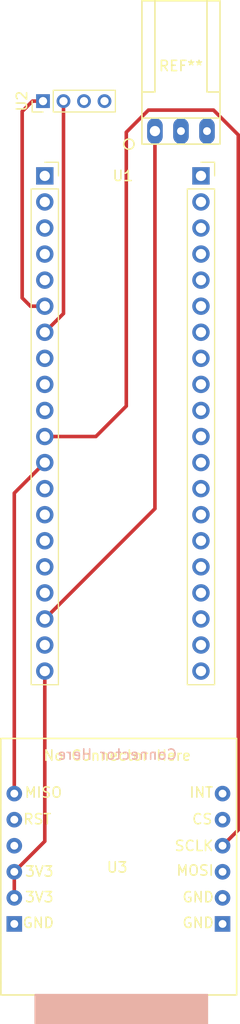
<source format=kicad_pcb>
(kicad_pcb (version 20171130) (host pcbnew 5.0.0-fee4fd1~66~ubuntu16.04.1)

  (general
    (thickness 1.6)
    (drawings 0)
    (tracks 22)
    (zones 0)
    (modules 4)
    (nets 44)
  )

  (page A4)
  (layers
    (0 F.Cu signal)
    (31 B.Cu signal)
    (32 B.Adhes user)
    (33 F.Adhes user)
    (34 B.Paste user)
    (35 F.Paste user)
    (36 B.SilkS user)
    (37 F.SilkS user)
    (38 B.Mask user)
    (39 F.Mask user)
    (40 Dwgs.User user)
    (41 Cmts.User user)
    (42 Eco1.User user)
    (43 Eco2.User user)
    (44 Edge.Cuts user)
    (45 Margin user)
    (46 B.CrtYd user)
    (47 F.CrtYd user)
    (48 B.Fab user)
    (49 F.Fab user)
  )

  (setup
    (last_trace_width 0.35)
    (trace_clearance 0.6)
    (zone_clearance 0.508)
    (zone_45_only no)
    (trace_min 0.2)
    (segment_width 0.2)
    (edge_width 0.15)
    (via_size 0.8)
    (via_drill 0.4)
    (via_min_size 0.4)
    (via_min_drill 0.3)
    (uvia_size 0.3)
    (uvia_drill 0.1)
    (uvias_allowed no)
    (uvia_min_size 0.2)
    (uvia_min_drill 0.1)
    (pcb_text_width 0.3)
    (pcb_text_size 1.5 1.5)
    (mod_edge_width 0.15)
    (mod_text_size 1 1)
    (mod_text_width 0.15)
    (pad_size 1.524 1.524)
    (pad_drill 0.762)
    (pad_to_mask_clearance 0.2)
    (aux_axis_origin 0 0)
    (visible_elements FFFFFF7F)
    (pcbplotparams
      (layerselection 0x010fc_ffffffff)
      (usegerberextensions false)
      (usegerberattributes false)
      (usegerberadvancedattributes false)
      (creategerberjobfile false)
      (excludeedgelayer true)
      (linewidth 0.100000)
      (plotframeref false)
      (viasonmask false)
      (mode 1)
      (useauxorigin false)
      (hpglpennumber 1)
      (hpglpenspeed 20)
      (hpglpendiameter 15.000000)
      (psnegative false)
      (psa4output false)
      (plotreference true)
      (plotvalue true)
      (plotinvisibletext false)
      (padsonsilk false)
      (subtractmaskfromsilk false)
      (outputformat 1)
      (mirror false)
      (drillshape 1)
      (scaleselection 1)
      (outputdirectory ""))
  )

  (net 0 "")
  (net 1 "Net-(U1-Pad1)")
  (net 2 "Net-(U1-Pad2)")
  (net 3 "Net-(U1-Pad3)")
  (net 4 "Net-(U1-Pad4)")
  (net 5 "Net-(U1-Pad5)")
  (net 6 PA9)
  (net 7 PA10)
  (net 8 "Net-(U1-Pad8)")
  (net 9 "Net-(U1-Pad9)")
  (net 10 "Net-(U1-Pad10)")
  (net 11 SCLK)
  (net 12 MISO)
  (net 13 MOSI)
  (net 14 "Net-(U1-Pad14)")
  (net 15 "Net-(U1-Pad15)")
  (net 16 "Net-(U1-Pad16)")
  (net 17 "Net-(U1-Pad17)")
  (net 18 +5V)
  (net 19 GND)
  (net 20 +3V3)
  (net 21 "Net-(U1-Pad23)")
  (net 22 "Net-(U1-Pad26)")
  (net 23 "Net-(U1-Pad25)")
  (net 24 "Net-(U1-Pad24)")
  (net 25 "Net-(U1-Pad30)")
  (net 26 "Net-(U1-Pad29)")
  (net 27 "Net-(U1-Pad28)")
  (net 28 "Net-(U1-Pad27)")
  (net 29 "Net-(U1-Pad34)")
  (net 30 "Net-(U1-Pad33)")
  (net 31 "Net-(U1-Pad32)")
  (net 32 "Net-(U1-Pad31)")
  (net 33 "Net-(U1-Pad40)")
  (net 34 "Net-(U1-Pad39)")
  (net 35 "Net-(U1-Pad38)")
  (net 36 "Net-(U1-Pad37)")
  (net 37 "Net-(U1-Pad36)")
  (net 38 "Net-(U1-Pad35)")
  (net 39 "Net-(J1-Pad3)")
  (net 40 "Net-(U3-Pad2)")
  (net 41 "Net-(U3-Pad1)")
  (net 42 "Net-(U3-Pad8)")
  (net 43 "Net-(U2-Pad3)")

  (net_class Default "This is the default net class."
    (clearance 0.6)
    (trace_width 0.35)
    (via_dia 0.8)
    (via_drill 0.4)
    (uvia_dia 0.3)
    (uvia_drill 0.1)
    (add_net +3V3)
    (add_net +5V)
    (add_net GND)
    (add_net MISO)
    (add_net MOSI)
    (add_net "Net-(J1-Pad3)")
    (add_net "Net-(U1-Pad1)")
    (add_net "Net-(U1-Pad10)")
    (add_net "Net-(U1-Pad14)")
    (add_net "Net-(U1-Pad15)")
    (add_net "Net-(U1-Pad16)")
    (add_net "Net-(U1-Pad17)")
    (add_net "Net-(U1-Pad2)")
    (add_net "Net-(U1-Pad23)")
    (add_net "Net-(U1-Pad24)")
    (add_net "Net-(U1-Pad25)")
    (add_net "Net-(U1-Pad26)")
    (add_net "Net-(U1-Pad27)")
    (add_net "Net-(U1-Pad28)")
    (add_net "Net-(U1-Pad29)")
    (add_net "Net-(U1-Pad3)")
    (add_net "Net-(U1-Pad30)")
    (add_net "Net-(U1-Pad31)")
    (add_net "Net-(U1-Pad32)")
    (add_net "Net-(U1-Pad33)")
    (add_net "Net-(U1-Pad34)")
    (add_net "Net-(U1-Pad35)")
    (add_net "Net-(U1-Pad36)")
    (add_net "Net-(U1-Pad37)")
    (add_net "Net-(U1-Pad38)")
    (add_net "Net-(U1-Pad39)")
    (add_net "Net-(U1-Pad4)")
    (add_net "Net-(U1-Pad40)")
    (add_net "Net-(U1-Pad5)")
    (add_net "Net-(U1-Pad8)")
    (add_net "Net-(U1-Pad9)")
    (add_net "Net-(U2-Pad3)")
    (add_net "Net-(U3-Pad1)")
    (add_net "Net-(U3-Pad2)")
    (add_net "Net-(U3-Pad8)")
    (add_net PA10)
    (add_net PA9)
    (add_net SCLK)
  )

  (module @Robot:HE14-3_horizontal (layer F.Cu) (tedit 5BDC62C0) (tstamp 5BFBE149)
    (at 175.514 31.115)
    (tags "HE13 3 logique")
    (path /5BE72827)
    (fp_text reference J1 (at 0 -2.54) (layer F.SilkS) hide
      (effects (font (size 1 1) (thickness 0.15)))
    )
    (fp_text value alim_logique_5V (at 0 1.27 180) (layer F.Fab) hide
      (effects (font (size 1 1) (thickness 0.15)))
    )
    (fp_text user REF** (at 0 -2.54 180) (layer F.SilkS)
      (effects (font (size 1 1) (thickness 0.15)))
    )
    (fp_line (start 3.81 2.54) (end -3.81 2.54) (layer F.Fab) (width 0.15))
    (fp_line (start 2.54 0) (end 3.81 0) (layer F.Fab) (width 0.15))
    (fp_line (start 2.54 -8.89) (end 2.54 0) (layer F.Fab) (width 0.15))
    (fp_line (start -2.54 0) (end -3.81 0) (layer F.Fab) (width 0.15))
    (fp_line (start -2.54 -8.89) (end -2.54 0) (layer F.Fab) (width 0.15))
    (fp_line (start 3.81 -8.89) (end -3.81 -8.89) (layer F.Fab) (width 0.15))
    (fp_line (start 3.81 5.08) (end 3.81 -8.89) (layer F.Fab) (width 0.15))
    (fp_line (start -3.81 5.08) (end 3.81 5.08) (layer F.Fab) (width 0.15))
    (fp_line (start -3.81 -8.89) (end -3.81 5.08) (layer F.Fab) (width 0.15))
    (fp_circle (center -5.08 5.08) (end -4.58 5.08) (layer F.SilkS) (width 0.15))
    (fp_line (start 3.81 2.54) (end 3.81 5.08) (layer F.SilkS) (width 0.15))
    (fp_line (start 3.81 5.08) (end -3.81 5.08) (layer F.SilkS) (width 0.15))
    (fp_line (start -3.81 5.08) (end -3.81 2.54) (layer F.SilkS) (width 0.15))
    (fp_line (start -3.81 2.54) (end 3.81 2.54) (layer F.SilkS) (width 0.15))
    (fp_line (start 3.81 -8.89) (end 3.81 2.54) (layer F.SilkS) (width 0.15))
    (fp_line (start 3.81 -8.89) (end -3.81 -8.89) (layer F.SilkS) (width 0.15))
    (fp_line (start -3.81 -8.89) (end -3.81 2.54) (layer F.SilkS) (width 0.15))
    (fp_line (start -3.81 0) (end -2.54 0) (layer F.SilkS) (width 0.15))
    (fp_line (start -2.54 0) (end -2.54 -8.89) (layer F.SilkS) (width 0.15))
    (fp_line (start 2.54 -8.89) (end 2.54 0) (layer F.SilkS) (width 0.15))
    (fp_line (start 2.54 0) (end 3.81 0) (layer F.SilkS) (width 0.15))
    (pad 2 thru_hole oval (at 0 3.81) (size 1.524 2.54) (drill 0.762) (layers *.Cu *.Mask)
      (net 19 GND))
    (pad 1 thru_hole oval (at -2.54 3.81) (size 1.524 2.54) (drill 1) (layers *.Cu *.Mask)
      (net 18 +5V))
    (pad 3 thru_hole oval (at 2.54 3.81) (size 1.524 2.54) (drill 0.762) (layers *.Cu *.Mask)
      (net 39 "Net-(J1-Pad3)"))
    (model /Users/alex/Desktop/c-281698-3-g-3d.stp
      (offset (xyz 0 9 3))
      (scale (xyz 1 1 1))
      (rotate (xyz -90 0 180))
    )
  )

  (module @Robot:black_pill (layer F.Cu) (tedit 5BE6B732) (tstamp 5BFBE12C)
    (at 162.226001 39.290001)
    (descr "Through hole straight socket strip, 1x20, 2.54mm pitch, single row (from Kicad 4.0.7), script generated")
    (tags "Through hole socket strip THT 1x20 2.54mm single row")
    (path /5BE6AD49)
    (fp_text reference U1 (at 7.62 0) (layer F.SilkS)
      (effects (font (size 1 1) (thickness 0.15)))
    )
    (fp_text value black_pill (at 7.62 48.26) (layer F.Fab)
      (effects (font (size 1 1) (thickness 0.15)))
    )
    (fp_line (start -1.27 -1.27) (end 0.635 -1.27) (layer F.Fab) (width 0.1))
    (fp_line (start 0.635 -1.27) (end 1.27 -0.635) (layer F.Fab) (width 0.1))
    (fp_line (start 1.27 -0.635) (end 1.27 49.53) (layer F.Fab) (width 0.1))
    (fp_line (start 1.27 49.53) (end -1.27 49.53) (layer F.Fab) (width 0.1))
    (fp_line (start -1.27 49.53) (end -1.27 -1.27) (layer F.Fab) (width 0.1))
    (fp_line (start -1.33 1.27) (end 1.33 1.27) (layer F.SilkS) (width 0.12))
    (fp_line (start -1.33 1.27) (end -1.33 49.59) (layer F.SilkS) (width 0.12))
    (fp_line (start -1.33 49.59) (end 1.33 49.59) (layer F.SilkS) (width 0.12))
    (fp_line (start 1.33 1.27) (end 1.33 49.59) (layer F.SilkS) (width 0.12))
    (fp_line (start 1.33 -1.33) (end 1.33 0) (layer F.SilkS) (width 0.12))
    (fp_line (start 0 -1.33) (end 1.33 -1.33) (layer F.SilkS) (width 0.12))
    (fp_line (start -1.8 -1.8) (end 1.75 -1.8) (layer F.CrtYd) (width 0.05))
    (fp_line (start 1.75 -1.8) (end 1.75 50) (layer F.CrtYd) (width 0.05))
    (fp_line (start 1.75 50) (end -1.8 50) (layer F.CrtYd) (width 0.05))
    (fp_line (start -1.8 50) (end -1.8 -1.8) (layer F.CrtYd) (width 0.05))
    (fp_text user %R (at 0 24.13 90) (layer F.Fab)
      (effects (font (size 1 1) (thickness 0.15)))
    )
    (fp_line (start 13.97 -1.27) (end 15.875 -1.27) (layer F.Fab) (width 0.1))
    (fp_line (start 15.875 -1.27) (end 16.51 -0.635) (layer F.Fab) (width 0.1))
    (fp_line (start 13.44 50) (end 13.44 -1.8) (layer F.CrtYd) (width 0.05))
    (fp_line (start 16.99 50) (end 13.44 50) (layer F.CrtYd) (width 0.05))
    (fp_line (start 16.99 -1.8) (end 16.99 50) (layer F.CrtYd) (width 0.05))
    (fp_line (start 13.44 -1.8) (end 16.99 -1.8) (layer F.CrtYd) (width 0.05))
    (fp_line (start 15.24 -1.33) (end 16.57 -1.33) (layer F.SilkS) (width 0.12))
    (fp_line (start 16.57 -1.33) (end 16.57 0) (layer F.SilkS) (width 0.12))
    (fp_line (start 16.57 1.27) (end 16.57 49.59) (layer F.SilkS) (width 0.12))
    (fp_line (start 13.91 49.59) (end 16.57 49.59) (layer F.SilkS) (width 0.12))
    (fp_line (start 13.91 1.27) (end 13.91 49.59) (layer F.SilkS) (width 0.12))
    (fp_line (start 13.91 1.27) (end 16.57 1.27) (layer F.SilkS) (width 0.12))
    (fp_line (start 13.97 49.53) (end 13.97 -1.27) (layer F.Fab) (width 0.1))
    (fp_line (start 16.51 49.53) (end 13.97 49.53) (layer F.Fab) (width 0.1))
    (fp_line (start 16.51 -0.635) (end 16.51 49.53) (layer F.Fab) (width 0.1))
    (fp_text user %R (at 15.24 24.13 90) (layer F.Fab)
      (effects (font (size 1 1) (thickness 0.15)))
    )
    (pad 1 thru_hole rect (at 0 0) (size 1.7 1.7) (drill 1) (layers *.Cu *.Mask)
      (net 1 "Net-(U1-Pad1)"))
    (pad 2 thru_hole oval (at 0 2.54) (size 1.7 1.7) (drill 1) (layers *.Cu *.Mask)
      (net 2 "Net-(U1-Pad2)"))
    (pad 3 thru_hole oval (at 0 5.08) (size 1.7 1.7) (drill 1) (layers *.Cu *.Mask)
      (net 3 "Net-(U1-Pad3)"))
    (pad 4 thru_hole oval (at 0 7.62) (size 1.7 1.7) (drill 1) (layers *.Cu *.Mask)
      (net 4 "Net-(U1-Pad4)"))
    (pad 5 thru_hole oval (at 0 10.16) (size 1.7 1.7) (drill 1) (layers *.Cu *.Mask)
      (net 5 "Net-(U1-Pad5)"))
    (pad 6 thru_hole oval (at 0 12.7) (size 1.7 1.7) (drill 1) (layers *.Cu *.Mask)
      (net 6 PA9))
    (pad 7 thru_hole oval (at 0 15.24) (size 1.7 1.7) (drill 1) (layers *.Cu *.Mask)
      (net 7 PA10))
    (pad 8 thru_hole oval (at 0 17.78) (size 1.7 1.7) (drill 1) (layers *.Cu *.Mask)
      (net 8 "Net-(U1-Pad8)"))
    (pad 9 thru_hole oval (at 0 20.32) (size 1.7 1.7) (drill 1) (layers *.Cu *.Mask)
      (net 9 "Net-(U1-Pad9)"))
    (pad 10 thru_hole oval (at 0 22.86) (size 1.7 1.7) (drill 1) (layers *.Cu *.Mask)
      (net 10 "Net-(U1-Pad10)"))
    (pad 11 thru_hole oval (at 0 25.4) (size 1.7 1.7) (drill 1) (layers *.Cu *.Mask)
      (net 11 SCLK))
    (pad 12 thru_hole oval (at 0 27.94) (size 1.7 1.7) (drill 1) (layers *.Cu *.Mask)
      (net 12 MISO))
    (pad 13 thru_hole oval (at 0 30.48) (size 1.7 1.7) (drill 1) (layers *.Cu *.Mask)
      (net 13 MOSI))
    (pad 14 thru_hole oval (at 0 33.02) (size 1.7 1.7) (drill 1) (layers *.Cu *.Mask)
      (net 14 "Net-(U1-Pad14)"))
    (pad 15 thru_hole oval (at 0 35.56) (size 1.7 1.7) (drill 1) (layers *.Cu *.Mask)
      (net 15 "Net-(U1-Pad15)"))
    (pad 16 thru_hole oval (at 0 38.1) (size 1.7 1.7) (drill 1) (layers *.Cu *.Mask)
      (net 16 "Net-(U1-Pad16)"))
    (pad 17 thru_hole oval (at 0 40.64) (size 1.7 1.7) (drill 1) (layers *.Cu *.Mask)
      (net 17 "Net-(U1-Pad17)"))
    (pad 18 thru_hole oval (at 0 43.18) (size 1.7 1.7) (drill 1) (layers *.Cu *.Mask)
      (net 18 +5V))
    (pad 19 thru_hole oval (at 0 45.72) (size 1.7 1.7) (drill 1) (layers *.Cu *.Mask)
      (net 19 GND))
    (pad 20 thru_hole oval (at 0 48.26) (size 1.7 1.7) (drill 1) (layers *.Cu *.Mask)
      (net 20 +3V3))
    (pad 23 thru_hole oval (at 15.24 5.08) (size 1.7 1.7) (drill 1) (layers *.Cu *.Mask)
      (net 21 "Net-(U1-Pad23)"))
    (pad 22 thru_hole oval (at 15.24 2.54) (size 1.7 1.7) (drill 1) (layers *.Cu *.Mask)
      (net 19 GND))
    (pad 26 thru_hole oval (at 15.24 12.7) (size 1.7 1.7) (drill 1) (layers *.Cu *.Mask)
      (net 22 "Net-(U1-Pad26)"))
    (pad 25 thru_hole oval (at 15.24 10.16) (size 1.7 1.7) (drill 1) (layers *.Cu *.Mask)
      (net 23 "Net-(U1-Pad25)"))
    (pad 24 thru_hole oval (at 15.24 7.62) (size 1.7 1.7) (drill 1) (layers *.Cu *.Mask)
      (net 24 "Net-(U1-Pad24)"))
    (pad 30 thru_hole oval (at 15.24 22.86) (size 1.7 1.7) (drill 1) (layers *.Cu *.Mask)
      (net 25 "Net-(U1-Pad30)"))
    (pad 29 thru_hole oval (at 15.24 20.32) (size 1.7 1.7) (drill 1) (layers *.Cu *.Mask)
      (net 26 "Net-(U1-Pad29)"))
    (pad 28 thru_hole oval (at 15.24 17.78) (size 1.7 1.7) (drill 1) (layers *.Cu *.Mask)
      (net 27 "Net-(U1-Pad28)"))
    (pad 27 thru_hole oval (at 15.24 15.24) (size 1.7 1.7) (drill 1) (layers *.Cu *.Mask)
      (net 28 "Net-(U1-Pad27)"))
    (pad 34 thru_hole oval (at 15.24 33.02) (size 1.7 1.7) (drill 1) (layers *.Cu *.Mask)
      (net 29 "Net-(U1-Pad34)"))
    (pad 33 thru_hole oval (at 15.24 30.48) (size 1.7 1.7) (drill 1) (layers *.Cu *.Mask)
      (net 30 "Net-(U1-Pad33)"))
    (pad 32 thru_hole oval (at 15.24 27.94) (size 1.7 1.7) (drill 1) (layers *.Cu *.Mask)
      (net 31 "Net-(U1-Pad32)"))
    (pad 31 thru_hole oval (at 15.24 25.4) (size 1.7 1.7) (drill 1) (layers *.Cu *.Mask)
      (net 32 "Net-(U1-Pad31)"))
    (pad 40 thru_hole oval (at 15.24 48.26) (size 1.7 1.7) (drill 1) (layers *.Cu *.Mask)
      (net 33 "Net-(U1-Pad40)"))
    (pad 39 thru_hole oval (at 15.24 45.72) (size 1.7 1.7) (drill 1) (layers *.Cu *.Mask)
      (net 34 "Net-(U1-Pad39)"))
    (pad 38 thru_hole oval (at 15.24 43.18) (size 1.7 1.7) (drill 1) (layers *.Cu *.Mask)
      (net 35 "Net-(U1-Pad38)"))
    (pad 37 thru_hole oval (at 15.24 40.64) (size 1.7 1.7) (drill 1) (layers *.Cu *.Mask)
      (net 36 "Net-(U1-Pad37)"))
    (pad 36 thru_hole oval (at 15.24 38.1) (size 1.7 1.7) (drill 1) (layers *.Cu *.Mask)
      (net 37 "Net-(U1-Pad36)"))
    (pad 35 thru_hole oval (at 15.24 35.56) (size 1.7 1.7) (drill 1) (layers *.Cu *.Mask)
      (net 38 "Net-(U1-Pad35)"))
    (pad 21 thru_hole rect (at 15.24 0) (size 1.7 1.7) (drill 1) (layers *.Cu *.Mask)
      (net 19 GND))
    (model ${KISYS3DMOD}/Connector_PinSocket_2.54mm.3dshapes/PinSocket_1x20_P2.54mm_Vertical.wrl
      (at (xyz 0 0 0))
      (scale (xyz 1 1 1))
      (rotate (xyz 0 0 0))
    )
    (model ${KISYS3DMOD}/Connector_PinSocket_2.54mm.3dshapes/PinSocket_1x20_P2.54mm_Vertical.wrl
      (offset (xyz 15 0 0))
      (scale (xyz 1 1 1))
      (rotate (xyz 0 0 0))
    )
  )

  (module @Robot:w5500 (layer F.Cu) (tedit 5BE73326) (tstamp 5BFBE0E0)
    (at 169.291 106.68 180)
    (tags "w5500 ethernet mac ip")
    (path /5BE73094)
    (fp_text reference U3 (at 0 0 180) (layer F.SilkS)
      (effects (font (size 1 1) (thickness 0.15)))
    )
    (fp_text value w5500 (at 0 -13.5 180) (layer F.Fab)
      (effects (font (size 1 1) (thickness 0.15)))
    )
    (fp_line (start 11.345 -12.435) (end 11.355 12.565) (layer F.SilkS) (width 0.15))
    (fp_line (start -11.655 12.565) (end -11.655 -12.435) (layer F.SilkS) (width 0.15))
    (fp_line (start 11.345 12.565) (end -11.655 12.565) (layer F.SilkS) (width 0.15))
    (fp_line (start -11.655 -12.435) (end 11.345 -12.435) (layer F.SilkS) (width 0.15))
    (fp_line (start -11.66 -12.43) (end -11.66 12.57) (layer B.CrtYd) (width 0.15))
    (fp_line (start -11.66 12.57) (end 11.36 12.57) (layer B.CrtYd) (width 0.15))
    (fp_line (start 11.36 12.57) (end 11.36 -12.44) (layer B.CrtYd) (width 0.15))
    (fp_line (start 11.36 -12.44) (end -11.65 -12.44) (layer B.CrtYd) (width 0.15))
    (fp_line (start -11.66 -12.43) (end -11.65 -12.44) (layer B.CrtYd) (width 0.15))
    (fp_line (start -8.8 -12.4) (end -8.8 -15.2) (layer B.CrtYd) (width 0.15))
    (fp_line (start -8.8 -15.2) (end 8 -15.2) (layer B.CrtYd) (width 0.15))
    (fp_line (start 8 -15.2) (end 8 -12.5) (layer B.CrtYd) (width 0.15))
    (fp_text user "No Connector Here" (at 0 10.9 180) (layer F.SilkS)
      (effects (font (size 1 1) (thickness 0.15)))
    )
    (fp_text user GND (at -7.9 -5.4 180) (layer F.SilkS)
      (effects (font (size 1 1) (thickness 0.15)))
    )
    (fp_text user GND (at 7.7 -5.4 180) (layer F.SilkS)
      (effects (font (size 1 1) (thickness 0.15)))
    )
    (fp_text user GND (at -7.9 -2.9 180) (layer F.SilkS)
      (effects (font (size 1 1) (thickness 0.15)))
    )
    (fp_text user 3V3 (at 7.6 -2.9 180) (layer F.SilkS)
      (effects (font (size 1 1) (thickness 0.15)))
    )
    (fp_text user 3V3 (at 7.6 -0.4 180) (layer F.SilkS)
      (effects (font (size 1 1) (thickness 0.15)))
    )
    (fp_text user RST (at 7.8 4.7 180) (layer F.SilkS)
      (effects (font (size 1 1) (thickness 0.15)))
    )
    (fp_text user MISO (at 7.2 7.3 180) (layer F.SilkS)
      (effects (font (size 1 1) (thickness 0.15)))
    )
    (fp_text user INT (at -8.2 7.3 180) (layer F.SilkS)
      (effects (font (size 1 1) (thickness 0.15)))
    )
    (fp_text user CS (at -8.3 4.7 180) (layer F.SilkS)
      (effects (font (size 1 1) (thickness 0.15)))
    )
    (fp_text user MOSI (at -7.6 -0.3 180) (layer F.SilkS)
      (effects (font (size 1 1) (thickness 0.15)))
    )
    (fp_text user SCLK (at -7.5 2.1 180) (layer F.SilkS)
      (effects (font (size 1 1) (thickness 0.15)))
    )
    (fp_text user "Connector Here" (at 0 11 180) (layer B.SilkS)
      (effects (font (size 1 1) (thickness 0.15)) (justify mirror))
    )
    (fp_poly (pts (xy -8.8 -15.2) (xy 8 -15.2) (xy 8 -12.4) (xy -8.8 -12.4)) (layer B.SilkS) (width 0.15))
    (pad 5 thru_hole circle (at -10.28 -2.97 180) (size 1.524 1.524) (drill 0.762) (layers *.Cu *.Mask)
      (net 19 GND))
    (pad 4 thru_hole circle (at -10.28 -0.43 180) (size 1.524 1.524) (drill 0.762) (layers *.Cu *.Mask)
      (net 13 MOSI))
    (pad 3 thru_hole circle (at -10.28 2.11 180) (size 1.524 1.524) (drill 0.762) (layers *.Cu *.Mask)
      (net 11 SCLK))
    (pad 2 thru_hole circle (at -10.28 4.65 180) (size 1.524 1.524) (drill 0.762) (layers *.Cu *.Mask)
      (net 40 "Net-(U3-Pad2)"))
    (pad 1 thru_hole circle (at -10.28 7.19 180) (size 1.524 1.524) (drill 0.762) (layers *.Cu *.Mask)
      (net 41 "Net-(U3-Pad1)"))
    (pad 7 thru_hole circle (at 10.04 7.19 180) (size 1.524 1.524) (drill 0.762) (layers *.Cu *.Mask)
      (net 12 MISO))
    (pad 8 thru_hole circle (at 10.04 4.65 180) (size 1.524 1.524) (drill 0.762) (layers *.Cu *.Mask)
      (net 42 "Net-(U3-Pad8)"))
    (pad 10 thru_hole circle (at 10.04 -0.43 180) (size 1.524 1.524) (drill 0.762) (layers *.Cu *.Mask)
      (net 20 +3V3))
    (pad 11 thru_hole circle (at 10.04 -2.97 180) (size 1.524 1.524) (drill 0.762) (layers *.Cu *.Mask)
      (net 20 +3V3))
    (pad 9 thru_hole circle (at 10.04 2.11 180) (size 1.524 1.524) (drill 0.762) (layers *.Cu *.Mask))
    (pad 12 thru_hole rect (at 10.04 -5.51 180) (size 1.524 1.524) (drill 0.762) (layers *.Cu *.Mask)
      (net 19 GND))
    (pad 6 thru_hole rect (at -10.28 -5.51 180) (size 1.524 1.524) (drill 0.762) (layers *.Cu *.Mask)
      (net 19 GND))
    (model ${KISYS3DMOD}/Connector_PinSocket_2.54mm.3dshapes/PinSocket_1x06_P2.54mm_Vertical.wrl
      (offset (xyz -10.3 -7.25 -0.5))
      (scale (xyz 1 1 1))
      (rotate (xyz 180 0 0))
    )
    (model ${KISYS3DMOD}/Connector_PinSocket_2.54mm.3dshapes/PinSocket_1x06_P2.54mm_Vertical.wrl
      (offset (xyz 10 -7.25 -0.5))
      (scale (xyz 1 1 1))
      (rotate (xyz 180 0 0))
    )
  )

  (module Connector_PinHeader_2.00mm:PinHeader_1x04_P2.00mm_Vertical (layer F.Cu) (tedit 59FED667) (tstamp 5BFBE0B6)
    (at 162.052 32.004 90)
    (descr "Through hole straight pin header, 1x04, 2.00mm pitch, single row")
    (tags "Through hole pin header THT 1x04 2.00mm single row")
    (path /5BE72FA1)
    (fp_text reference U2 (at 0 -2.06 90) (layer F.SilkS)
      (effects (font (size 1 1) (thickness 0.15)))
    )
    (fp_text value servo_connector (at 0 8.06 90) (layer F.Fab)
      (effects (font (size 1 1) (thickness 0.15)))
    )
    (fp_line (start -0.5 -1) (end 1 -1) (layer F.Fab) (width 0.1))
    (fp_line (start 1 -1) (end 1 7) (layer F.Fab) (width 0.1))
    (fp_line (start 1 7) (end -1 7) (layer F.Fab) (width 0.1))
    (fp_line (start -1 7) (end -1 -0.5) (layer F.Fab) (width 0.1))
    (fp_line (start -1 -0.5) (end -0.5 -1) (layer F.Fab) (width 0.1))
    (fp_line (start -1.06 7.06) (end 1.06 7.06) (layer F.SilkS) (width 0.12))
    (fp_line (start -1.06 1) (end -1.06 7.06) (layer F.SilkS) (width 0.12))
    (fp_line (start 1.06 1) (end 1.06 7.06) (layer F.SilkS) (width 0.12))
    (fp_line (start -1.06 1) (end 1.06 1) (layer F.SilkS) (width 0.12))
    (fp_line (start -1.06 0) (end -1.06 -1.06) (layer F.SilkS) (width 0.12))
    (fp_line (start -1.06 -1.06) (end 0 -1.06) (layer F.SilkS) (width 0.12))
    (fp_line (start -1.5 -1.5) (end -1.5 7.5) (layer F.CrtYd) (width 0.05))
    (fp_line (start -1.5 7.5) (end 1.5 7.5) (layer F.CrtYd) (width 0.05))
    (fp_line (start 1.5 7.5) (end 1.5 -1.5) (layer F.CrtYd) (width 0.05))
    (fp_line (start 1.5 -1.5) (end -1.5 -1.5) (layer F.CrtYd) (width 0.05))
    (fp_text user %R (at 0 3 180) (layer F.Fab)
      (effects (font (size 1 1) (thickness 0.15)))
    )
    (pad 1 thru_hole rect (at 0 0 90) (size 1.35 1.35) (drill 0.8) (layers *.Cu *.Mask)
      (net 6 PA9))
    (pad 2 thru_hole oval (at 0 2 90) (size 1.35 1.35) (drill 0.8) (layers *.Cu *.Mask)
      (net 7 PA10))
    (pad 3 thru_hole oval (at 0 4 90) (size 1.35 1.35) (drill 0.8) (layers *.Cu *.Mask)
      (net 43 "Net-(U2-Pad3)"))
    (pad 4 thru_hole oval (at 0 6 90) (size 1.35 1.35) (drill 0.8) (layers *.Cu *.Mask)
      (net 19 GND))
    (model ${KISYS3DMOD}/Connector_PinHeader_2.00mm.3dshapes/PinHeader_1x04_P2.00mm_Vertical.wrl
      (at (xyz 0 0 0))
      (scale (xyz 1 1 1))
      (rotate (xyz 0 0 0))
    )
  )

  (segment (start 161.027 32.004) (end 160.02 33.011) (width 0.35) (layer F.Cu) (net 6))
  (segment (start 162.052 32.004) (end 161.027 32.004) (width 0.35) (layer F.Cu) (net 6))
  (segment (start 160.02 33.011) (end 160.02 51.181) (width 0.35) (layer F.Cu) (net 6))
  (segment (start 160.829001 51.990001) (end 162.226001 51.990001) (width 0.35) (layer F.Cu) (net 6))
  (segment (start 160.02 51.181) (end 160.829001 51.990001) (width 0.35) (layer F.Cu) (net 6))
  (segment (start 164.052 52.704002) (end 162.226001 54.530001) (width 0.35) (layer F.Cu) (net 7))
  (segment (start 164.052 32.004) (end 164.052 52.704002) (width 0.35) (layer F.Cu) (net 7))
  (segment (start 172.33735 32.87999) (end 170.18 35.03734) (width 0.35) (layer F.Cu) (net 11))
  (segment (start 178.69065 32.87999) (end 172.33735 32.87999) (width 0.35) (layer F.Cu) (net 11))
  (segment (start 181.108001 35.297341) (end 178.69065 32.87999) (width 0.35) (layer F.Cu) (net 11))
  (segment (start 179.571 104.57) (end 181.108001 103.032999) (width 0.35) (layer F.Cu) (net 11))
  (segment (start 181.108001 103.032999) (end 181.108001 35.297341) (width 0.35) (layer F.Cu) (net 11))
  (segment (start 170.18 35.03734) (end 170.18 61.722) (width 0.35) (layer F.Cu) (net 11))
  (segment (start 167.211999 64.690001) (end 162.226001 64.690001) (width 0.35) (layer F.Cu) (net 11))
  (segment (start 170.18 61.722) (end 167.211999 64.690001) (width 0.35) (layer F.Cu) (net 11))
  (segment (start 159.251 70.205002) (end 162.226001 67.230001) (width 0.35) (layer F.Cu) (net 12))
  (segment (start 159.251 99.49) (end 159.251 70.205002) (width 0.35) (layer F.Cu) (net 12))
  (segment (start 172.974 71.722002) (end 162.226001 82.470001) (width 0.35) (layer F.Cu) (net 18))
  (segment (start 172.974 34.925) (end 172.974 71.722002) (width 0.35) (layer F.Cu) (net 18))
  (segment (start 159.251 109.65) (end 159.251 107.11) (width 0.35) (layer F.Cu) (net 20))
  (segment (start 162.226001 104.134999) (end 162.226001 87.550001) (width 0.35) (layer F.Cu) (net 20))
  (segment (start 159.251 107.11) (end 162.226001 104.134999) (width 0.35) (layer F.Cu) (net 20))

)

</source>
